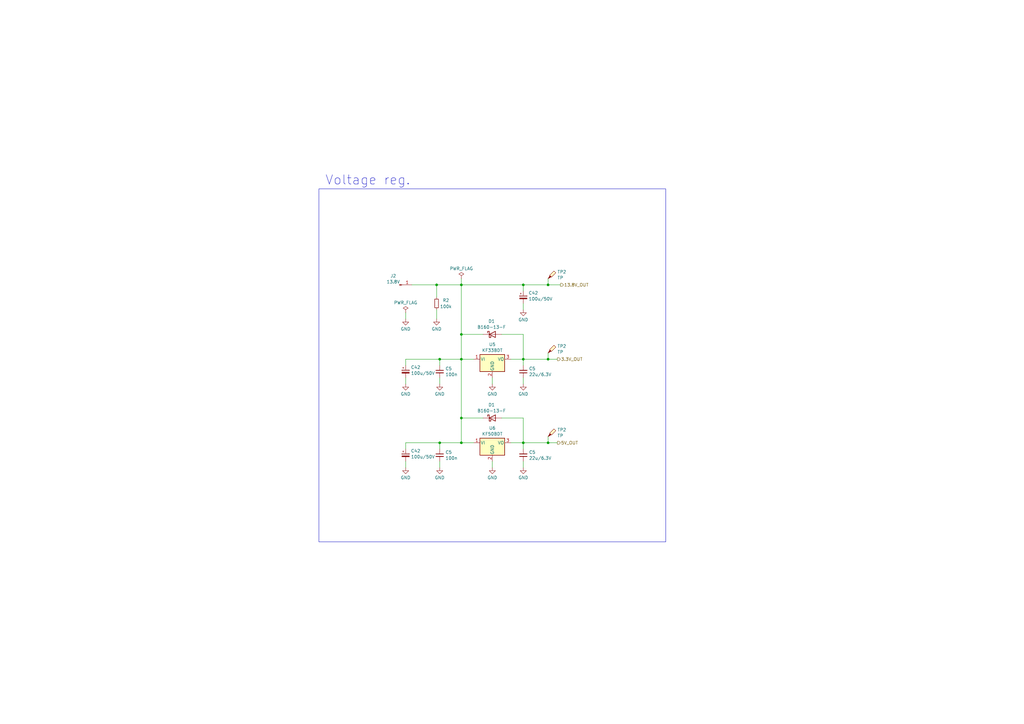
<source format=kicad_sch>
(kicad_sch (version 20230121) (generator eeschema)

  (uuid 723da204-b5ac-41f7-a24f-183271e54144)

  (paper "A3")

  (title_block
    (title "Remote Radio Unit - RF board")
    (date "19-01-2024")
    (rev "B")
    (company "M17 Project")
    (comment 1 "Wojciech Kaczmarski, SP5WWP")
  )

  (lib_symbols
    (symbol "Connector:Conn_01x01_Pin" (pin_names (offset 1.016) hide) (in_bom yes) (on_board yes)
      (property "Reference" "J" (at 0 2.54 0)
        (effects (font (size 1.27 1.27)))
      )
      (property "Value" "Conn_01x01_Pin" (at 0 -2.54 0)
        (effects (font (size 1.27 1.27)))
      )
      (property "Footprint" "" (at 0 0 0)
        (effects (font (size 1.27 1.27)) hide)
      )
      (property "Datasheet" "~" (at 0 0 0)
        (effects (font (size 1.27 1.27)) hide)
      )
      (property "ki_locked" "" (at 0 0 0)
        (effects (font (size 1.27 1.27)))
      )
      (property "ki_keywords" "connector" (at 0 0 0)
        (effects (font (size 1.27 1.27)) hide)
      )
      (property "ki_description" "Generic connector, single row, 01x01, script generated" (at 0 0 0)
        (effects (font (size 1.27 1.27)) hide)
      )
      (property "ki_fp_filters" "Connector*:*_1x??_*" (at 0 0 0)
        (effects (font (size 1.27 1.27)) hide)
      )
      (symbol "Conn_01x01_Pin_1_1"
        (polyline
          (pts
            (xy 1.27 0)
            (xy 0.8636 0)
          )
          (stroke (width 0.1524) (type default))
          (fill (type none))
        )
        (rectangle (start 0.8636 0.127) (end 0 -0.127)
          (stroke (width 0.1524) (type default))
          (fill (type outline))
        )
        (pin passive line (at 5.08 0 180) (length 3.81)
          (name "Pin_1" (effects (font (size 1.27 1.27))))
          (number "1" (effects (font (size 1.27 1.27))))
        )
      )
    )
    (symbol "Connector:TestPoint_Probe" (pin_numbers hide) (pin_names (offset 0.762) hide) (in_bom yes) (on_board yes)
      (property "Reference" "TP" (at 1.651 5.842 0)
        (effects (font (size 1.27 1.27)))
      )
      (property "Value" "TestPoint_Probe" (at 1.651 4.064 0)
        (effects (font (size 1.27 1.27)))
      )
      (property "Footprint" "" (at 5.08 0 0)
        (effects (font (size 1.27 1.27)) hide)
      )
      (property "Datasheet" "~" (at 5.08 0 0)
        (effects (font (size 1.27 1.27)) hide)
      )
      (property "ki_keywords" "test point tp" (at 0 0 0)
        (effects (font (size 1.27 1.27)) hide)
      )
      (property "ki_description" "test point (alternative probe-style design)" (at 0 0 0)
        (effects (font (size 1.27 1.27)) hide)
      )
      (property "ki_fp_filters" "Pin* Test*" (at 0 0 0)
        (effects (font (size 1.27 1.27)) hide)
      )
      (symbol "TestPoint_Probe_0_1"
        (polyline
          (pts
            (xy 1.27 0.762)
            (xy 0 0)
            (xy 0.762 1.27)
            (xy 1.27 0.762)
          )
          (stroke (width 0) (type default))
          (fill (type outline))
        )
        (polyline
          (pts
            (xy 1.397 0.635)
            (xy 0.635 1.397)
            (xy 2.413 3.175)
            (xy 3.175 2.413)
            (xy 1.397 0.635)
          )
          (stroke (width 0) (type default))
          (fill (type background))
        )
      )
      (symbol "TestPoint_Probe_1_1"
        (pin passive line (at 0 0 90) (length 0)
          (name "1" (effects (font (size 1.27 1.27))))
          (number "1" (effects (font (size 1.27 1.27))))
        )
      )
    )
    (symbol "Device:C_Polarized_Small" (pin_numbers hide) (pin_names (offset 0.254) hide) (in_bom yes) (on_board yes)
      (property "Reference" "C" (at 0.254 1.778 0)
        (effects (font (size 1.27 1.27)) (justify left))
      )
      (property "Value" "C_Polarized_Small" (at 0.254 -2.032 0)
        (effects (font (size 1.27 1.27)) (justify left))
      )
      (property "Footprint" "" (at 0 0 0)
        (effects (font (size 1.27 1.27)) hide)
      )
      (property "Datasheet" "~" (at 0 0 0)
        (effects (font (size 1.27 1.27)) hide)
      )
      (property "ki_keywords" "cap capacitor" (at 0 0 0)
        (effects (font (size 1.27 1.27)) hide)
      )
      (property "ki_description" "Polarized capacitor, small symbol" (at 0 0 0)
        (effects (font (size 1.27 1.27)) hide)
      )
      (property "ki_fp_filters" "CP_*" (at 0 0 0)
        (effects (font (size 1.27 1.27)) hide)
      )
      (symbol "C_Polarized_Small_0_1"
        (rectangle (start -1.524 -0.3048) (end 1.524 -0.6858)
          (stroke (width 0) (type default))
          (fill (type outline))
        )
        (rectangle (start -1.524 0.6858) (end 1.524 0.3048)
          (stroke (width 0) (type default))
          (fill (type none))
        )
        (polyline
          (pts
            (xy -1.27 1.524)
            (xy -0.762 1.524)
          )
          (stroke (width 0) (type default))
          (fill (type none))
        )
        (polyline
          (pts
            (xy -1.016 1.27)
            (xy -1.016 1.778)
          )
          (stroke (width 0) (type default))
          (fill (type none))
        )
      )
      (symbol "C_Polarized_Small_1_1"
        (pin passive line (at 0 2.54 270) (length 1.8542)
          (name "~" (effects (font (size 1.27 1.27))))
          (number "1" (effects (font (size 1.27 1.27))))
        )
        (pin passive line (at 0 -2.54 90) (length 1.8542)
          (name "~" (effects (font (size 1.27 1.27))))
          (number "2" (effects (font (size 1.27 1.27))))
        )
      )
    )
    (symbol "Device:C_Small" (pin_numbers hide) (pin_names (offset 0.254) hide) (in_bom yes) (on_board yes)
      (property "Reference" "C" (at 0.254 1.778 0)
        (effects (font (size 1.27 1.27)) (justify left))
      )
      (property "Value" "C_Small" (at 0.254 -2.032 0)
        (effects (font (size 1.27 1.27)) (justify left))
      )
      (property "Footprint" "" (at 0 0 0)
        (effects (font (size 1.27 1.27)) hide)
      )
      (property "Datasheet" "~" (at 0 0 0)
        (effects (font (size 1.27 1.27)) hide)
      )
      (property "ki_keywords" "capacitor cap" (at 0 0 0)
        (effects (font (size 1.27 1.27)) hide)
      )
      (property "ki_description" "Unpolarized capacitor, small symbol" (at 0 0 0)
        (effects (font (size 1.27 1.27)) hide)
      )
      (property "ki_fp_filters" "C_*" (at 0 0 0)
        (effects (font (size 1.27 1.27)) hide)
      )
      (symbol "C_Small_0_1"
        (polyline
          (pts
            (xy -1.524 -0.508)
            (xy 1.524 -0.508)
          )
          (stroke (width 0.3302) (type default))
          (fill (type none))
        )
        (polyline
          (pts
            (xy -1.524 0.508)
            (xy 1.524 0.508)
          )
          (stroke (width 0.3048) (type default))
          (fill (type none))
        )
      )
      (symbol "C_Small_1_1"
        (pin passive line (at 0 2.54 270) (length 2.032)
          (name "~" (effects (font (size 1.27 1.27))))
          (number "1" (effects (font (size 1.27 1.27))))
        )
        (pin passive line (at 0 -2.54 90) (length 2.032)
          (name "~" (effects (font (size 1.27 1.27))))
          (number "2" (effects (font (size 1.27 1.27))))
        )
      )
    )
    (symbol "Device:D_Schottky" (pin_numbers hide) (pin_names (offset 1.016) hide) (in_bom yes) (on_board yes)
      (property "Reference" "D" (at 0 2.54 0)
        (effects (font (size 1.27 1.27)))
      )
      (property "Value" "D_Schottky" (at 0 -2.54 0)
        (effects (font (size 1.27 1.27)))
      )
      (property "Footprint" "" (at 0 0 0)
        (effects (font (size 1.27 1.27)) hide)
      )
      (property "Datasheet" "~" (at 0 0 0)
        (effects (font (size 1.27 1.27)) hide)
      )
      (property "ki_keywords" "diode Schottky" (at 0 0 0)
        (effects (font (size 1.27 1.27)) hide)
      )
      (property "ki_description" "Schottky diode" (at 0 0 0)
        (effects (font (size 1.27 1.27)) hide)
      )
      (property "ki_fp_filters" "TO-???* *_Diode_* *SingleDiode* D_*" (at 0 0 0)
        (effects (font (size 1.27 1.27)) hide)
      )
      (symbol "D_Schottky_0_1"
        (polyline
          (pts
            (xy 1.27 0)
            (xy -1.27 0)
          )
          (stroke (width 0) (type default))
          (fill (type none))
        )
        (polyline
          (pts
            (xy 1.27 1.27)
            (xy 1.27 -1.27)
            (xy -1.27 0)
            (xy 1.27 1.27)
          )
          (stroke (width 0.254) (type default))
          (fill (type none))
        )
        (polyline
          (pts
            (xy -1.905 0.635)
            (xy -1.905 1.27)
            (xy -1.27 1.27)
            (xy -1.27 -1.27)
            (xy -0.635 -1.27)
            (xy -0.635 -0.635)
          )
          (stroke (width 0.254) (type default))
          (fill (type none))
        )
      )
      (symbol "D_Schottky_1_1"
        (pin passive line (at -3.81 0 0) (length 2.54)
          (name "K" (effects (font (size 1.27 1.27))))
          (number "1" (effects (font (size 1.27 1.27))))
        )
        (pin passive line (at 3.81 0 180) (length 2.54)
          (name "A" (effects (font (size 1.27 1.27))))
          (number "2" (effects (font (size 1.27 1.27))))
        )
      )
    )
    (symbol "Device:R_Small" (pin_numbers hide) (pin_names (offset 0.254) hide) (in_bom yes) (on_board yes)
      (property "Reference" "R" (at 0.762 0.508 0)
        (effects (font (size 1.27 1.27)) (justify left))
      )
      (property "Value" "R_Small" (at 0.762 -1.016 0)
        (effects (font (size 1.27 1.27)) (justify left))
      )
      (property "Footprint" "" (at 0 0 0)
        (effects (font (size 1.27 1.27)) hide)
      )
      (property "Datasheet" "~" (at 0 0 0)
        (effects (font (size 1.27 1.27)) hide)
      )
      (property "ki_keywords" "R resistor" (at 0 0 0)
        (effects (font (size 1.27 1.27)) hide)
      )
      (property "ki_description" "Resistor, small symbol" (at 0 0 0)
        (effects (font (size 1.27 1.27)) hide)
      )
      (property "ki_fp_filters" "R_*" (at 0 0 0)
        (effects (font (size 1.27 1.27)) hide)
      )
      (symbol "R_Small_0_1"
        (rectangle (start -0.762 1.778) (end 0.762 -1.778)
          (stroke (width 0.2032) (type default))
          (fill (type none))
        )
      )
      (symbol "R_Small_1_1"
        (pin passive line (at 0 2.54 270) (length 0.762)
          (name "~" (effects (font (size 1.27 1.27))))
          (number "1" (effects (font (size 1.27 1.27))))
        )
        (pin passive line (at 0 -2.54 90) (length 0.762)
          (name "~" (effects (font (size 1.27 1.27))))
          (number "2" (effects (font (size 1.27 1.27))))
        )
      )
    )
    (symbol "Regulator_Linear:KF33BDT" (pin_names (offset 0.254)) (in_bom yes) (on_board yes)
      (property "Reference" "U" (at -3.81 3.175 0)
        (effects (font (size 1.27 1.27)))
      )
      (property "Value" "KF33BDT" (at 0 3.175 0)
        (effects (font (size 1.27 1.27)) (justify left))
      )
      (property "Footprint" "Package_TO_SOT_SMD:TO-252-2" (at 0 5.715 0)
        (effects (font (size 1.27 1.27) italic) hide)
      )
      (property "Datasheet" "https://www.st.com/resource/en/datasheet/kfxx.pdf" (at 0 -1.27 0)
        (effects (font (size 1.27 1.27)) hide)
      )
      (property "ki_keywords" "Voltage Regulator 500mA Positive" (at 0 0 0)
        (effects (font (size 1.27 1.27)) hide)
      )
      (property "ki_description" "Positive 500mA 20V Linear Regulator, Fixed Output 3.3V, TO-252 (D-PAK)" (at 0 0 0)
        (effects (font (size 1.27 1.27)) hide)
      )
      (property "ki_fp_filters" "TO?252*" (at 0 0 0)
        (effects (font (size 1.27 1.27)) hide)
      )
      (symbol "KF33BDT_0_1"
        (rectangle (start -5.08 1.905) (end 5.08 -5.08)
          (stroke (width 0.254) (type default))
          (fill (type background))
        )
      )
      (symbol "KF33BDT_1_1"
        (pin power_in line (at -7.62 0 0) (length 2.54)
          (name "VI" (effects (font (size 1.27 1.27))))
          (number "1" (effects (font (size 1.27 1.27))))
        )
        (pin power_in line (at 0 -7.62 90) (length 2.54)
          (name "GND" (effects (font (size 1.27 1.27))))
          (number "2" (effects (font (size 1.27 1.27))))
        )
        (pin power_out line (at 7.62 0 180) (length 2.54)
          (name "VO" (effects (font (size 1.27 1.27))))
          (number "3" (effects (font (size 1.27 1.27))))
        )
      )
    )
    (symbol "Regulator_Linear:KF50BDT" (pin_names (offset 0.254)) (in_bom yes) (on_board yes)
      (property "Reference" "U" (at -3.81 3.175 0)
        (effects (font (size 1.27 1.27)))
      )
      (property "Value" "KF50BDT" (at 0 3.175 0)
        (effects (font (size 1.27 1.27)) (justify left))
      )
      (property "Footprint" "Package_TO_SOT_SMD:TO-252-2" (at 0 5.715 0)
        (effects (font (size 1.27 1.27) italic) hide)
      )
      (property "Datasheet" "https://www.st.com/resource/en/datasheet/kfxx.pdf" (at 0 -1.27 0)
        (effects (font (size 1.27 1.27)) hide)
      )
      (property "ki_keywords" "Voltage Regulator 500mA Positive" (at 0 0 0)
        (effects (font (size 1.27 1.27)) hide)
      )
      (property "ki_description" "Positive 500mA 20V Linear Regulator, Fixed Output 5V, TO-252 (D-PAK)" (at 0 0 0)
        (effects (font (size 1.27 1.27)) hide)
      )
      (property "ki_fp_filters" "TO?252*" (at 0 0 0)
        (effects (font (size 1.27 1.27)) hide)
      )
      (symbol "KF50BDT_0_1"
        (rectangle (start -5.08 1.905) (end 5.08 -5.08)
          (stroke (width 0.254) (type default))
          (fill (type background))
        )
      )
      (symbol "KF50BDT_1_1"
        (pin power_in line (at -7.62 0 0) (length 2.54)
          (name "VI" (effects (font (size 1.27 1.27))))
          (number "1" (effects (font (size 1.27 1.27))))
        )
        (pin power_in line (at 0 -7.62 90) (length 2.54)
          (name "GND" (effects (font (size 1.27 1.27))))
          (number "2" (effects (font (size 1.27 1.27))))
        )
        (pin power_out line (at 7.62 0 180) (length 2.54)
          (name "VO" (effects (font (size 1.27 1.27))))
          (number "3" (effects (font (size 1.27 1.27))))
        )
      )
    )
    (symbol "power:GND" (power) (pin_names (offset 0)) (in_bom yes) (on_board yes)
      (property "Reference" "#PWR" (at 0 -6.35 0)
        (effects (font (size 1.27 1.27)) hide)
      )
      (property "Value" "GND" (at 0 -3.81 0)
        (effects (font (size 1.27 1.27)))
      )
      (property "Footprint" "" (at 0 0 0)
        (effects (font (size 1.27 1.27)) hide)
      )
      (property "Datasheet" "" (at 0 0 0)
        (effects (font (size 1.27 1.27)) hide)
      )
      (property "ki_keywords" "global power" (at 0 0 0)
        (effects (font (size 1.27 1.27)) hide)
      )
      (property "ki_description" "Power symbol creates a global label with name \"GND\" , ground" (at 0 0 0)
        (effects (font (size 1.27 1.27)) hide)
      )
      (symbol "GND_0_1"
        (polyline
          (pts
            (xy 0 0)
            (xy 0 -1.27)
            (xy 1.27 -1.27)
            (xy 0 -2.54)
            (xy -1.27 -1.27)
            (xy 0 -1.27)
          )
          (stroke (width 0) (type default))
          (fill (type none))
        )
      )
      (symbol "GND_1_1"
        (pin power_in line (at 0 0 270) (length 0) hide
          (name "GND" (effects (font (size 1.27 1.27))))
          (number "1" (effects (font (size 1.27 1.27))))
        )
      )
    )
    (symbol "power:PWR_FLAG" (power) (pin_numbers hide) (pin_names (offset 0) hide) (in_bom yes) (on_board yes)
      (property "Reference" "#FLG" (at 0 1.905 0)
        (effects (font (size 1.27 1.27)) hide)
      )
      (property "Value" "PWR_FLAG" (at 0 3.81 0)
        (effects (font (size 1.27 1.27)))
      )
      (property "Footprint" "" (at 0 0 0)
        (effects (font (size 1.27 1.27)) hide)
      )
      (property "Datasheet" "~" (at 0 0 0)
        (effects (font (size 1.27 1.27)) hide)
      )
      (property "ki_keywords" "flag power" (at 0 0 0)
        (effects (font (size 1.27 1.27)) hide)
      )
      (property "ki_description" "Special symbol for telling ERC where power comes from" (at 0 0 0)
        (effects (font (size 1.27 1.27)) hide)
      )
      (symbol "PWR_FLAG_0_0"
        (pin power_out line (at 0 0 90) (length 0)
          (name "pwr" (effects (font (size 1.27 1.27))))
          (number "1" (effects (font (size 1.27 1.27))))
        )
      )
      (symbol "PWR_FLAG_0_1"
        (polyline
          (pts
            (xy 0 0)
            (xy 0 1.27)
            (xy -1.016 1.905)
            (xy 0 2.54)
            (xy 1.016 1.905)
            (xy 0 1.27)
          )
          (stroke (width 0) (type default))
          (fill (type none))
        )
      )
    )
  )

  (junction (at 189.23 137.16) (diameter 0) (color 0 0 0 0)
    (uuid 29eda67b-801c-4b18-a5bd-0d98134880ae)
  )
  (junction (at 214.63 116.84) (diameter 0) (color 0 0 0 0)
    (uuid 2bd7f7ac-47ae-444a-ab6c-1c9a7ae62acb)
  )
  (junction (at 224.79 147.32) (diameter 0) (color 0 0 0 0)
    (uuid 3be3efbf-caf8-44c8-be5e-978d01c238c5)
  )
  (junction (at 189.23 116.84) (diameter 0) (color 0 0 0 0)
    (uuid 55202274-4af9-4665-a3b8-87ffdde7b7e4)
  )
  (junction (at 180.34 147.32) (diameter 0) (color 0 0 0 0)
    (uuid 5884062c-f8b7-40cc-8b3d-1288b44e2953)
  )
  (junction (at 179.07 116.84) (diameter 0) (color 0 0 0 0)
    (uuid 5b7ba99c-2bb2-4d01-ab4a-afa10b8f29a3)
  )
  (junction (at 214.63 181.61) (diameter 0) (color 0 0 0 0)
    (uuid 677b0afb-2bea-45ca-a2ca-2138777bdde6)
  )
  (junction (at 214.63 147.32) (diameter 0) (color 0 0 0 0)
    (uuid 7cf6fd16-4686-4803-89a6-cf2c78fdab6d)
  )
  (junction (at 180.34 181.61) (diameter 0) (color 0 0 0 0)
    (uuid 81c6bd2f-4f24-4551-a95d-6a09f4431fe4)
  )
  (junction (at 189.23 171.45) (diameter 0) (color 0 0 0 0)
    (uuid 93e6de4d-4ed8-40fa-b1c8-0fe70d54ecd7)
  )
  (junction (at 224.79 116.84) (diameter 0) (color 0 0 0 0)
    (uuid b5d0f8dc-c7a4-46ab-95b6-e24f47fcedc6)
  )
  (junction (at 224.79 181.61) (diameter 0) (color 0 0 0 0)
    (uuid dec4cc9d-3f3e-4eae-a603-32b6f3338e3a)
  )
  (junction (at 189.23 147.32) (diameter 0) (color 0 0 0 0)
    (uuid f459339e-dfb4-4f10-9ef4-387e796ce1a3)
  )
  (junction (at 189.23 181.61) (diameter 0) (color 0 0 0 0)
    (uuid f825065e-9fc6-487a-8be8-e96592391dc6)
  )

  (wire (pts (xy 214.63 116.84) (xy 224.79 116.84))
    (stroke (width 0) (type default))
    (uuid 002a8da6-5c76-4bc8-9058-b46067d2123d)
  )
  (wire (pts (xy 179.07 127) (xy 179.07 130.81))
    (stroke (width 0) (type default))
    (uuid 0487bfe6-5fca-488c-9aa1-fee68550192e)
  )
  (wire (pts (xy 168.91 116.84) (xy 179.07 116.84))
    (stroke (width 0) (type default))
    (uuid 0f1124d8-28ee-4073-b180-bfe1b52eb179)
  )
  (wire (pts (xy 214.63 147.32) (xy 224.79 147.32))
    (stroke (width 0) (type default))
    (uuid 117699a5-cba6-4612-8f5d-e367d8829efb)
  )
  (wire (pts (xy 214.63 181.61) (xy 214.63 184.15))
    (stroke (width 0) (type default))
    (uuid 13e64726-4996-44ab-b84f-2fff1aea1f08)
  )
  (wire (pts (xy 189.23 171.45) (xy 198.12 171.45))
    (stroke (width 0) (type default))
    (uuid 162a3712-ab2c-4385-b89e-a6c14964a302)
  )
  (wire (pts (xy 166.37 149.86) (xy 166.37 147.32))
    (stroke (width 0) (type default))
    (uuid 1687cb6c-01df-4b94-8087-18a0edd3ef2a)
  )
  (wire (pts (xy 224.79 179.07) (xy 224.79 181.61))
    (stroke (width 0) (type default))
    (uuid 16df1ca6-d712-42a1-9da8-ed9d5d011672)
  )
  (wire (pts (xy 209.55 147.32) (xy 214.63 147.32))
    (stroke (width 0) (type default))
    (uuid 19ef9b2c-b784-4a4e-aaf8-05e557254d08)
  )
  (wire (pts (xy 166.37 154.94) (xy 166.37 157.48))
    (stroke (width 0) (type default))
    (uuid 1fd503d8-7424-4168-ba70-a52f77897612)
  )
  (wire (pts (xy 214.63 154.94) (xy 214.63 157.48))
    (stroke (width 0) (type default))
    (uuid 20cce575-83b3-4e4d-95c4-a9e2ec3a8ff8)
  )
  (wire (pts (xy 214.63 147.32) (xy 214.63 149.86))
    (stroke (width 0) (type default))
    (uuid 21ea33fa-2d40-4059-a503-0dd2bdfa318c)
  )
  (wire (pts (xy 166.37 189.23) (xy 166.37 191.77))
    (stroke (width 0) (type default))
    (uuid 22e6bb5b-d614-4b85-9368-9fc24b65fa5d)
  )
  (wire (pts (xy 209.55 181.61) (xy 214.63 181.61))
    (stroke (width 0) (type default))
    (uuid 242334db-f581-405a-a8ff-ebe11ec1d62d)
  )
  (wire (pts (xy 180.34 181.61) (xy 189.23 181.61))
    (stroke (width 0) (type default))
    (uuid 29a81034-123f-4b5c-9afa-b4dfd7f57ace)
  )
  (wire (pts (xy 166.37 181.61) (xy 180.34 181.61))
    (stroke (width 0) (type default))
    (uuid 2dfd15d2-a4b5-4ec2-b4af-407bc16ed220)
  )
  (wire (pts (xy 214.63 181.61) (xy 224.79 181.61))
    (stroke (width 0) (type default))
    (uuid 2edcd566-ce47-484c-8d03-12a8666fbf4a)
  )
  (wire (pts (xy 205.74 171.45) (xy 214.63 171.45))
    (stroke (width 0) (type default))
    (uuid 333471fc-7df1-47e2-90fd-56072b24ba98)
  )
  (wire (pts (xy 179.07 116.84) (xy 189.23 116.84))
    (stroke (width 0) (type default))
    (uuid 379355b6-8e72-4cf1-9493-48750c8b25ca)
  )
  (wire (pts (xy 180.34 157.48) (xy 180.34 154.94))
    (stroke (width 0) (type default))
    (uuid 4f360da2-112a-497c-97cf-689c88a5c383)
  )
  (wire (pts (xy 166.37 184.15) (xy 166.37 181.61))
    (stroke (width 0) (type default))
    (uuid 4fb3d6bc-0943-4ec2-b99e-8868a9b9613f)
  )
  (wire (pts (xy 201.93 154.94) (xy 201.93 157.48))
    (stroke (width 0) (type default))
    (uuid 5503a971-a51b-4536-9e86-5b51dd26454e)
  )
  (wire (pts (xy 201.93 189.23) (xy 201.93 191.77))
    (stroke (width 0) (type default))
    (uuid 5b1e33c2-cac1-4f1f-b951-df163e8f54f0)
  )
  (wire (pts (xy 224.79 144.78) (xy 224.79 147.32))
    (stroke (width 0) (type default))
    (uuid 5de31dec-b570-4545-8d05-5a18b9f7fff1)
  )
  (wire (pts (xy 214.63 119.38) (xy 214.63 116.84))
    (stroke (width 0) (type default))
    (uuid 5e32e93b-632e-4943-bacd-7aa69fe1d61a)
  )
  (wire (pts (xy 214.63 137.16) (xy 214.63 147.32))
    (stroke (width 0) (type default))
    (uuid 6ccfaf32-132f-4181-bdbe-92b1e8816064)
  )
  (wire (pts (xy 166.37 147.32) (xy 180.34 147.32))
    (stroke (width 0) (type default))
    (uuid 74bc5764-5db8-4aa1-b846-ce18f3fa795f)
  )
  (wire (pts (xy 166.37 128.27) (xy 166.37 130.81))
    (stroke (width 0) (type default))
    (uuid 7535e61e-5362-4e52-aca0-2648ab1a03f8)
  )
  (wire (pts (xy 189.23 147.32) (xy 194.31 147.32))
    (stroke (width 0) (type default))
    (uuid 80c7db31-c1b9-4932-a81a-20025cec2b3b)
  )
  (wire (pts (xy 214.63 189.23) (xy 214.63 191.77))
    (stroke (width 0) (type default))
    (uuid 89aefc1e-efd7-4cbc-bd45-0f3491db9b5d)
  )
  (wire (pts (xy 180.34 191.77) (xy 180.34 189.23))
    (stroke (width 0) (type default))
    (uuid 8cd29f6e-ce35-4361-8d78-99c5365508f4)
  )
  (wire (pts (xy 214.63 171.45) (xy 214.63 181.61))
    (stroke (width 0) (type default))
    (uuid 90b03b0e-38ab-4701-9d4f-f04b29e561af)
  )
  (wire (pts (xy 189.23 147.32) (xy 180.34 147.32))
    (stroke (width 0) (type default))
    (uuid 920357f1-86aa-485b-a0db-47790fad9d0d)
  )
  (wire (pts (xy 189.23 181.61) (xy 194.31 181.61))
    (stroke (width 0) (type default))
    (uuid a07dd629-5f54-4a9c-bebf-df0ce34095a8)
  )
  (wire (pts (xy 224.79 181.61) (xy 228.6 181.61))
    (stroke (width 0) (type default))
    (uuid a372ed34-0f05-4df7-8bbb-7e3b887b3afd)
  )
  (wire (pts (xy 189.23 137.16) (xy 189.23 147.32))
    (stroke (width 0) (type default))
    (uuid a3dd5fae-9c9c-47e7-90bb-6911221eed52)
  )
  (wire (pts (xy 205.74 137.16) (xy 214.63 137.16))
    (stroke (width 0) (type default))
    (uuid a40b6f1a-83ce-4862-8041-62af3fe7b529)
  )
  (wire (pts (xy 224.79 114.3) (xy 224.79 116.84))
    (stroke (width 0) (type default))
    (uuid aef1b910-de0c-45b6-a01f-d19b7de5cc34)
  )
  (wire (pts (xy 189.23 116.84) (xy 214.63 116.84))
    (stroke (width 0) (type default))
    (uuid b1d97e6b-05f4-4b9f-800f-ff0c93e4d69c)
  )
  (wire (pts (xy 180.34 181.61) (xy 180.34 184.15))
    (stroke (width 0) (type default))
    (uuid c2a2f8d7-90ed-434b-8e4f-8278c12ccd98)
  )
  (wire (pts (xy 179.07 116.84) (xy 179.07 121.92))
    (stroke (width 0) (type default))
    (uuid c71fc506-d7ab-45e2-882f-c14d23aa246d)
  )
  (wire (pts (xy 189.23 147.32) (xy 189.23 171.45))
    (stroke (width 0) (type default))
    (uuid c8793fa9-1571-4546-a408-7e6998d3b8d6)
  )
  (wire (pts (xy 189.23 116.84) (xy 189.23 137.16))
    (stroke (width 0) (type default))
    (uuid cc49c910-3825-4b68-a96c-30e24e89f062)
  )
  (wire (pts (xy 189.23 171.45) (xy 189.23 181.61))
    (stroke (width 0) (type default))
    (uuid dbd358ea-c4f2-45dd-ae83-799e4d04f588)
  )
  (wire (pts (xy 224.79 147.32) (xy 228.6 147.32))
    (stroke (width 0) (type default))
    (uuid de57d0d5-fd1f-43be-a733-92de528a781c)
  )
  (wire (pts (xy 224.79 116.84) (xy 229.87 116.84))
    (stroke (width 0) (type default))
    (uuid e6200c86-dca1-40ce-bbfd-168900c3a7ca)
  )
  (wire (pts (xy 189.23 114.3) (xy 189.23 116.84))
    (stroke (width 0) (type default))
    (uuid ec6b089e-c609-4a9e-8b86-8bed45a2b72c)
  )
  (wire (pts (xy 180.34 147.32) (xy 180.34 149.86))
    (stroke (width 0) (type default))
    (uuid eda0e187-e091-4434-a89c-ac1379dc8bd4)
  )
  (wire (pts (xy 189.23 137.16) (xy 198.12 137.16))
    (stroke (width 0) (type default))
    (uuid f699f1b0-f6ac-4e71-916d-ccde4aca786c)
  )
  (wire (pts (xy 214.63 124.46) (xy 214.63 127))
    (stroke (width 0) (type default))
    (uuid f8ec21f6-9ff6-48e4-b794-d757f94d44d0)
  )

  (rectangle (start 130.81 77.47) (end 273.05 222.25)
    (stroke (width 0) (type default))
    (fill (type none))
    (uuid 6bfe2c67-05dd-4cd0-ada1-6131f0611f3b)
  )

  (text "Voltage reg." (at 133.35 76.2 0)
    (effects (font (size 3.81 3.81)) (justify left bottom))
    (uuid 407e98b5-4f35-4278-8893-dd6e622831b3)
  )

  (hierarchical_label "13.8V_OUT" (shape output) (at 229.87 116.84 0) (fields_autoplaced)
    (effects (font (size 1.27 1.27)) (justify left))
    (uuid 06b1eada-1f7e-4e2a-9208-84bb04614850)
  )
  (hierarchical_label "3.3V_OUT" (shape output) (at 228.6 147.32 0) (fields_autoplaced)
    (effects (font (size 1.27 1.27)) (justify left))
    (uuid 1e7fadb9-6cf7-4c75-8140-56f42ab08db3)
  )
  (hierarchical_label "5V_OUT" (shape output) (at 228.6 181.61 0) (fields_autoplaced)
    (effects (font (size 1.27 1.27)) (justify left))
    (uuid 43a28803-eca8-42e6-93ef-b1d1fdb60ae9)
  )

  (symbol (lib_id "Device:C_Small") (at 180.34 186.69 0) (unit 1)
    (in_bom yes) (on_board yes) (dnp no) (fields_autoplaced)
    (uuid 00b6145a-1faa-4cf4-a864-99c60a2b8a39)
    (property "Reference" "C5" (at 182.6641 185.4842 0)
      (effects (font (size 1.27 1.27)) (justify left))
    )
    (property "Value" "100n" (at 182.6641 187.9084 0)
      (effects (font (size 1.27 1.27)) (justify left))
    )
    (property "Footprint" "Capacitor_SMD:C_0603_1608Metric" (at 180.34 186.69 0)
      (effects (font (size 1.27 1.27)) hide)
    )
    (property "Datasheet" "~" (at 180.34 186.69 0)
      (effects (font (size 1.27 1.27)) hide)
    )
    (property "PN" "C0603C104M5RAC7411" (at 180.34 186.69 0)
      (effects (font (size 1.27 1.27)) hide)
    )
    (property "MPN" "C0603C104M5RAC7411" (at 180.34 186.69 0)
      (effects (font (size 1.27 1.27)) hide)
    )
    (pin "1" (uuid 33a9e6b5-a93e-48d5-addc-b93b6b1412b2))
    (pin "2" (uuid a58c1988-2c09-4f55-a869-b72abffad949))
    (instances
      (project "m17-rru-rf"
        (path "/4c42207c-9e6b-42da-ad38-da126b892014/ccc39fee-262d-4ac9-a9a6-59e024db6eed"
          (reference "C5") (unit 1)
        )
        (path "/4c42207c-9e6b-42da-ad38-da126b892014/7ebe248e-d508-4395-8ad3-4ea02a49e591"
          (reference "C4") (unit 1)
        )
        (path "/4c42207c-9e6b-42da-ad38-da126b892014/8d8271f4-10c0-40f4-bdf8-e0e4dac71cc9"
          (reference "C28") (unit 1)
        )
        (path "/4c42207c-9e6b-42da-ad38-da126b892014/76d2ec5b-2ec2-4780-ac71-2509ae9f2d67"
          (reference "C23") (unit 1)
        )
      )
    )
  )

  (symbol (lib_id "Device:D_Schottky") (at 201.93 137.16 0) (unit 1)
    (in_bom yes) (on_board yes) (dnp no) (fields_autoplaced)
    (uuid 02cd4122-23f3-4ee6-bb00-b6953584c4a2)
    (property "Reference" "D1" (at 201.6125 131.7457 0)
      (effects (font (size 1.27 1.27)))
    )
    (property "Value" "B160-13-F" (at 201.6125 134.1699 0)
      (effects (font (size 1.27 1.27)))
    )
    (property "Footprint" "Diode_SMD:D_SMA" (at 201.93 137.16 0)
      (effects (font (size 1.27 1.27)) hide)
    )
    (property "Datasheet" "~" (at 201.93 137.16 0)
      (effects (font (size 1.27 1.27)) hide)
    )
    (property "PN" "B160-13-F" (at 201.93 137.16 0)
      (effects (font (size 1.27 1.27)) hide)
    )
    (property "MPN" "B160-13-F" (at 201.93 137.16 0)
      (effects (font (size 1.27 1.27)) hide)
    )
    (pin "1" (uuid 1a644b95-e041-474e-8bad-4a44e84910d4))
    (pin "2" (uuid d5895240-39d9-4913-a54e-9f103ea4dc17))
    (instances
      (project "m17-rru-rf"
        (path "/4c42207c-9e6b-42da-ad38-da126b892014/7ebe248e-d508-4395-8ad3-4ea02a49e591"
          (reference "D1") (unit 1)
        )
        (path "/4c42207c-9e6b-42da-ad38-da126b892014/76d2ec5b-2ec2-4780-ac71-2509ae9f2d67"
          (reference "D6") (unit 1)
        )
      )
    )
  )

  (symbol (lib_id "Regulator_Linear:KF33BDT") (at 201.93 147.32 0) (unit 1)
    (in_bom yes) (on_board yes) (dnp no) (fields_autoplaced)
    (uuid 0722bc8a-f6cc-40a8-bc7f-17fa86802402)
    (property "Reference" "U5" (at 201.93 141.2707 0)
      (effects (font (size 1.27 1.27)))
    )
    (property "Value" "KF33BDT" (at 201.93 143.6949 0)
      (effects (font (size 1.27 1.27)))
    )
    (property "Footprint" "Package_TO_SOT_SMD:TO-252-2" (at 201.93 141.605 0)
      (effects (font (size 1.27 1.27) italic) hide)
    )
    (property "Datasheet" "https://www.st.com/resource/en/datasheet/kfxx.pdf" (at 201.93 148.59 0)
      (effects (font (size 1.27 1.27)) hide)
    )
    (property "PN" "511-KF33BDT-TR" (at 201.93 147.32 0)
      (effects (font (size 1.27 1.27)) hide)
    )
    (property "MPN" "511-KF33BDT-TR" (at 201.93 147.32 0)
      (effects (font (size 1.27 1.27)) hide)
    )
    (pin "1" (uuid 2b488f90-9411-4092-8c73-5864d09a7525))
    (pin "2" (uuid fd060154-535e-4a54-8d1e-ca5905c7c591))
    (pin "3" (uuid 96ca4c42-6c2c-4f5b-b378-bf40d4afc32b))
    (instances
      (project "m17-rru-rf"
        (path "/4c42207c-9e6b-42da-ad38-da126b892014/76d2ec5b-2ec2-4780-ac71-2509ae9f2d67"
          (reference "U5") (unit 1)
        )
      )
    )
  )

  (symbol (lib_id "power:PWR_FLAG") (at 189.23 114.3 0) (unit 1)
    (in_bom yes) (on_board yes) (dnp no) (fields_autoplaced)
    (uuid 08506b20-87eb-42dc-8c03-b11d80f4577f)
    (property "Reference" "#FLG01" (at 189.23 112.395 0)
      (effects (font (size 1.27 1.27)) hide)
    )
    (property "Value" "PWR_FLAG" (at 189.23 110.1669 0)
      (effects (font (size 1.27 1.27)))
    )
    (property "Footprint" "" (at 189.23 114.3 0)
      (effects (font (size 1.27 1.27)) hide)
    )
    (property "Datasheet" "~" (at 189.23 114.3 0)
      (effects (font (size 1.27 1.27)) hide)
    )
    (pin "1" (uuid cf657a2f-e996-4d04-9377-e76b452549d9))
    (instances
      (project "m17-rru-rf"
        (path "/4c42207c-9e6b-42da-ad38-da126b892014/270fa747-1697-46c9-b996-5c9733c883e2"
          (reference "#FLG01") (unit 1)
        )
        (path "/4c42207c-9e6b-42da-ad38-da126b892014/76d2ec5b-2ec2-4780-ac71-2509ae9f2d67"
          (reference "#FLG02") (unit 1)
        )
      )
    )
  )

  (symbol (lib_id "Connector:TestPoint_Probe") (at 224.79 114.3 0) (unit 1)
    (in_bom yes) (on_board yes) (dnp no)
    (uuid 0bc1fc61-26da-470b-beb9-316019f7286b)
    (property "Reference" "TP2" (at 228.6 111.5004 0)
      (effects (font (size 1.27 1.27)) (justify left))
    )
    (property "Value" "TP" (at 228.6 113.9246 0)
      (effects (font (size 1.27 1.27)) (justify left))
    )
    (property "Footprint" "TestPoint:TestPoint_Pad_D1.5mm" (at 229.87 114.3 0)
      (effects (font (size 1.27 1.27)) hide)
    )
    (property "Datasheet" "~" (at 229.87 114.3 0)
      (effects (font (size 1.27 1.27)) hide)
    )
    (property "PN" "-" (at 224.79 114.3 0)
      (effects (font (size 1.27 1.27)) hide)
    )
    (property "MPN" "-" (at 224.79 114.3 0)
      (effects (font (size 1.27 1.27)) hide)
    )
    (pin "1" (uuid 93223ad7-447f-49ef-adaf-221fb56f9b00))
    (instances
      (project "m17-rru-rf"
        (path "/4c42207c-9e6b-42da-ad38-da126b892014/7ebe248e-d508-4395-8ad3-4ea02a49e591"
          (reference "TP2") (unit 1)
        )
        (path "/4c42207c-9e6b-42da-ad38-da126b892014/76d2ec5b-2ec2-4780-ac71-2509ae9f2d67"
          (reference "TP11") (unit 1)
        )
      )
    )
  )

  (symbol (lib_id "power:PWR_FLAG") (at 166.37 128.27 0) (unit 1)
    (in_bom yes) (on_board yes) (dnp no) (fields_autoplaced)
    (uuid 0e4b9a0f-5309-4e1e-b00a-ca580cee71ab)
    (property "Reference" "#FLG01" (at 166.37 126.365 0)
      (effects (font (size 1.27 1.27)) hide)
    )
    (property "Value" "PWR_FLAG" (at 166.37 124.1369 0)
      (effects (font (size 1.27 1.27)))
    )
    (property "Footprint" "" (at 166.37 128.27 0)
      (effects (font (size 1.27 1.27)) hide)
    )
    (property "Datasheet" "~" (at 166.37 128.27 0)
      (effects (font (size 1.27 1.27)) hide)
    )
    (pin "1" (uuid c5e6144e-5487-40f6-9c9b-2b0843e6055b))
    (instances
      (project "m17-rru-rf"
        (path "/4c42207c-9e6b-42da-ad38-da126b892014/270fa747-1697-46c9-b996-5c9733c883e2"
          (reference "#FLG01") (unit 1)
        )
        (path "/4c42207c-9e6b-42da-ad38-da126b892014/76d2ec5b-2ec2-4780-ac71-2509ae9f2d67"
          (reference "#FLG01") (unit 1)
        )
      )
    )
  )

  (symbol (lib_id "power:GND") (at 166.37 130.81 0) (unit 1)
    (in_bom yes) (on_board yes) (dnp no) (fields_autoplaced)
    (uuid 1789d0af-1ddb-4ba4-9608-7dbc3c5ef7f5)
    (property "Reference" "#PWR030" (at 166.37 137.16 0)
      (effects (font (size 1.27 1.27)) hide)
    )
    (property "Value" "GND" (at 166.37 134.9431 0)
      (effects (font (size 1.27 1.27)))
    )
    (property "Footprint" "" (at 166.37 130.81 0)
      (effects (font (size 1.27 1.27)) hide)
    )
    (property "Datasheet" "" (at 166.37 130.81 0)
      (effects (font (size 1.27 1.27)) hide)
    )
    (pin "1" (uuid b9ef27a5-2e95-47cd-a486-50b42962d80e))
    (instances
      (project "m17-rru-rf"
        (path "/4c42207c-9e6b-42da-ad38-da126b892014/76d2ec5b-2ec2-4780-ac71-2509ae9f2d67"
          (reference "#PWR030") (unit 1)
        )
      )
    )
  )

  (symbol (lib_id "power:GND") (at 201.93 191.77 0) (unit 1)
    (in_bom yes) (on_board yes) (dnp no) (fields_autoplaced)
    (uuid 21851c62-72b4-4cd4-b01f-8260d528ee62)
    (property "Reference" "#PWR037" (at 201.93 198.12 0)
      (effects (font (size 1.27 1.27)) hide)
    )
    (property "Value" "GND" (at 201.93 195.9031 0)
      (effects (font (size 1.27 1.27)))
    )
    (property "Footprint" "" (at 201.93 191.77 0)
      (effects (font (size 1.27 1.27)) hide)
    )
    (property "Datasheet" "" (at 201.93 191.77 0)
      (effects (font (size 1.27 1.27)) hide)
    )
    (pin "1" (uuid 1db1e1c3-ef40-4f81-ad95-1978f8ca84a0))
    (instances
      (project "m17-rru-rf"
        (path "/4c42207c-9e6b-42da-ad38-da126b892014/76d2ec5b-2ec2-4780-ac71-2509ae9f2d67"
          (reference "#PWR037") (unit 1)
        )
      )
    )
  )

  (symbol (lib_id "Device:C_Small") (at 214.63 186.69 180) (unit 1)
    (in_bom yes) (on_board yes) (dnp no) (fields_autoplaced)
    (uuid 2efba5cb-8745-4e37-b6b0-2041c21478d3)
    (property "Reference" "C5" (at 216.9541 185.4715 0)
      (effects (font (size 1.27 1.27)) (justify right))
    )
    (property "Value" "22u/6.3V" (at 216.9541 187.8957 0)
      (effects (font (size 1.27 1.27)) (justify right))
    )
    (property "Footprint" "Capacitor_SMD:C_0603_1608Metric" (at 214.63 186.69 0)
      (effects (font (size 1.27 1.27)) hide)
    )
    (property "Datasheet" "~" (at 214.63 186.69 0)
      (effects (font (size 1.27 1.27)) hide)
    )
    (property "PN" "GRM188R60J226MEA0J" (at 214.63 186.69 90)
      (effects (font (size 1.27 1.27)) hide)
    )
    (property "MPN" "GRM188R60J226MEA0J" (at 214.63 186.69 0)
      (effects (font (size 1.27 1.27)) hide)
    )
    (pin "1" (uuid 6da71da2-39d6-47c3-9778-974f67a2c562))
    (pin "2" (uuid 88aa3122-fb81-4238-851e-639a432cec54))
    (instances
      (project "m17-rru-rf"
        (path "/4c42207c-9e6b-42da-ad38-da126b892014/ccc39fee-262d-4ac9-a9a6-59e024db6eed"
          (reference "C5") (unit 1)
        )
        (path "/4c42207c-9e6b-42da-ad38-da126b892014/7ebe248e-d508-4395-8ad3-4ea02a49e591"
          (reference "C4") (unit 1)
        )
        (path "/4c42207c-9e6b-42da-ad38-da126b892014/8d8271f4-10c0-40f4-bdf8-e0e4dac71cc9"
          (reference "C28") (unit 1)
        )
        (path "/4c42207c-9e6b-42da-ad38-da126b892014/76d2ec5b-2ec2-4780-ac71-2509ae9f2d67"
          (reference "C26") (unit 1)
        )
      )
    )
  )

  (symbol (lib_id "Device:C_Polarized_Small") (at 166.37 186.69 0) (unit 1)
    (in_bom yes) (on_board yes) (dnp no) (fields_autoplaced)
    (uuid 310e4dcc-97a1-497f-8357-8760914e99f8)
    (property "Reference" "C42" (at 168.529 184.9318 0)
      (effects (font (size 1.27 1.27)) (justify left))
    )
    (property "Value" "100u/50V" (at 168.529 187.356 0)
      (effects (font (size 1.27 1.27)) (justify left))
    )
    (property "Footprint" "Capacitor_SMD:CP_Elec_8x10.5" (at 166.37 186.69 0)
      (effects (font (size 1.27 1.27)) hide)
    )
    (property "Datasheet" "~" (at 166.37 186.69 0)
      (effects (font (size 1.27 1.27)) hide)
    )
    (property "PN" "50SEV100M8X10.5" (at 166.37 186.69 0)
      (effects (font (size 1.27 1.27)) hide)
    )
    (property "MPN" "50SEV100M8X10.5" (at 166.37 186.69 0)
      (effects (font (size 1.27 1.27)) hide)
    )
    (pin "1" (uuid 8c89e96d-7144-405f-aeec-8524b65fe119))
    (pin "2" (uuid 9daee45a-dd6c-43fd-9a2e-0e397b3735f6))
    (instances
      (project "m17-rru-rf"
        (path "/4c42207c-9e6b-42da-ad38-da126b892014/7ebe248e-d508-4395-8ad3-4ea02a49e591"
          (reference "C42") (unit 1)
        )
        (path "/4c42207c-9e6b-42da-ad38-da126b892014/76d2ec5b-2ec2-4780-ac71-2509ae9f2d67"
          (reference "C21") (unit 1)
        )
      )
    )
  )

  (symbol (lib_id "power:GND") (at 180.34 157.48 0) (unit 1)
    (in_bom yes) (on_board yes) (dnp no) (fields_autoplaced)
    (uuid 33537549-37ae-4f0d-bda5-896f384c7fe4)
    (property "Reference" "#PWR034" (at 180.34 163.83 0)
      (effects (font (size 1.27 1.27)) hide)
    )
    (property "Value" "GND" (at 180.34 161.6131 0)
      (effects (font (size 1.27 1.27)))
    )
    (property "Footprint" "" (at 180.34 157.48 0)
      (effects (font (size 1.27 1.27)) hide)
    )
    (property "Datasheet" "" (at 180.34 157.48 0)
      (effects (font (size 1.27 1.27)) hide)
    )
    (pin "1" (uuid 0c4e0bb7-cdda-4b37-8ad2-5bdc3347332c))
    (instances
      (project "m17-rru-rf"
        (path "/4c42207c-9e6b-42da-ad38-da126b892014/76d2ec5b-2ec2-4780-ac71-2509ae9f2d67"
          (reference "#PWR034") (unit 1)
        )
      )
    )
  )

  (symbol (lib_id "power:GND") (at 214.63 191.77 0) (unit 1)
    (in_bom yes) (on_board yes) (dnp no) (fields_autoplaced)
    (uuid 425fe825-e6a4-4e19-9864-eb5faa842f2c)
    (property "Reference" "#PWR040" (at 214.63 198.12 0)
      (effects (font (size 1.27 1.27)) hide)
    )
    (property "Value" "GND" (at 214.63 195.9031 0)
      (effects (font (size 1.27 1.27)))
    )
    (property "Footprint" "" (at 214.63 191.77 0)
      (effects (font (size 1.27 1.27)) hide)
    )
    (property "Datasheet" "" (at 214.63 191.77 0)
      (effects (font (size 1.27 1.27)) hide)
    )
    (pin "1" (uuid 4c936134-ecc2-4f17-9b30-3c29960748ba))
    (instances
      (project "m17-rru-rf"
        (path "/4c42207c-9e6b-42da-ad38-da126b892014/76d2ec5b-2ec2-4780-ac71-2509ae9f2d67"
          (reference "#PWR040") (unit 1)
        )
      )
    )
  )

  (symbol (lib_id "Device:C_Small") (at 180.34 152.4 0) (unit 1)
    (in_bom yes) (on_board yes) (dnp no) (fields_autoplaced)
    (uuid 4b998db9-3318-4eed-a64c-e915726f847d)
    (property "Reference" "C5" (at 182.6641 151.1942 0)
      (effects (font (size 1.27 1.27)) (justify left))
    )
    (property "Value" "100n" (at 182.6641 153.6184 0)
      (effects (font (size 1.27 1.27)) (justify left))
    )
    (property "Footprint" "Capacitor_SMD:C_0603_1608Metric" (at 180.34 152.4 0)
      (effects (font (size 1.27 1.27)) hide)
    )
    (property "Datasheet" "~" (at 180.34 152.4 0)
      (effects (font (size 1.27 1.27)) hide)
    )
    (property "PN" "C0603C104M5RAC7411" (at 180.34 152.4 0)
      (effects (font (size 1.27 1.27)) hide)
    )
    (property "MPN" "C0603C104M5RAC7411" (at 180.34 152.4 0)
      (effects (font (size 1.27 1.27)) hide)
    )
    (pin "1" (uuid 83f422ed-70f2-423c-b9b0-eb973f495372))
    (pin "2" (uuid 570e5fcc-a2d3-46c3-a65d-6fb12801ac62))
    (instances
      (project "m17-rru-rf"
        (path "/4c42207c-9e6b-42da-ad38-da126b892014/ccc39fee-262d-4ac9-a9a6-59e024db6eed"
          (reference "C5") (unit 1)
        )
        (path "/4c42207c-9e6b-42da-ad38-da126b892014/7ebe248e-d508-4395-8ad3-4ea02a49e591"
          (reference "C4") (unit 1)
        )
        (path "/4c42207c-9e6b-42da-ad38-da126b892014/8d8271f4-10c0-40f4-bdf8-e0e4dac71cc9"
          (reference "C28") (unit 1)
        )
        (path "/4c42207c-9e6b-42da-ad38-da126b892014/76d2ec5b-2ec2-4780-ac71-2509ae9f2d67"
          (reference "C22") (unit 1)
        )
      )
    )
  )

  (symbol (lib_id "Connector:TestPoint_Probe") (at 224.79 144.78 0) (unit 1)
    (in_bom yes) (on_board yes) (dnp no)
    (uuid 73d4bb7d-4707-4b5c-ba74-6fb2b235530b)
    (property "Reference" "TP2" (at 228.6 141.9804 0)
      (effects (font (size 1.27 1.27)) (justify left))
    )
    (property "Value" "TP" (at 228.6 144.4046 0)
      (effects (font (size 1.27 1.27)) (justify left))
    )
    (property "Footprint" "TestPoint:TestPoint_Pad_D1.5mm" (at 229.87 144.78 0)
      (effects (font (size 1.27 1.27)) hide)
    )
    (property "Datasheet" "~" (at 229.87 144.78 0)
      (effects (font (size 1.27 1.27)) hide)
    )
    (property "PN" "-" (at 224.79 144.78 0)
      (effects (font (size 1.27 1.27)) hide)
    )
    (property "MPN" "-" (at 224.79 144.78 0)
      (effects (font (size 1.27 1.27)) hide)
    )
    (pin "1" (uuid cfbff7cf-cc10-4333-9def-6defa16333d5))
    (instances
      (project "m17-rru-rf"
        (path "/4c42207c-9e6b-42da-ad38-da126b892014/7ebe248e-d508-4395-8ad3-4ea02a49e591"
          (reference "TP2") (unit 1)
        )
        (path "/4c42207c-9e6b-42da-ad38-da126b892014/76d2ec5b-2ec2-4780-ac71-2509ae9f2d67"
          (reference "TP12") (unit 1)
        )
      )
    )
  )

  (symbol (lib_id "power:GND") (at 214.63 127 0) (unit 1)
    (in_bom yes) (on_board yes) (dnp no) (fields_autoplaced)
    (uuid 76fc2dd8-1982-41a5-bd5a-1e4d8a4bb8d0)
    (property "Reference" "#PWR038" (at 214.63 133.35 0)
      (effects (font (size 1.27 1.27)) hide)
    )
    (property "Value" "GND" (at 214.63 131.1331 0)
      (effects (font (size 1.27 1.27)))
    )
    (property "Footprint" "" (at 214.63 127 0)
      (effects (font (size 1.27 1.27)) hide)
    )
    (property "Datasheet" "" (at 214.63 127 0)
      (effects (font (size 1.27 1.27)) hide)
    )
    (pin "1" (uuid a83f92b2-563e-43d6-85c4-54f19df35cc2))
    (instances
      (project "m17-rru-rf"
        (path "/4c42207c-9e6b-42da-ad38-da126b892014/76d2ec5b-2ec2-4780-ac71-2509ae9f2d67"
          (reference "#PWR038") (unit 1)
        )
      )
    )
  )

  (symbol (lib_id "power:GND") (at 214.63 157.48 0) (unit 1)
    (in_bom yes) (on_board yes) (dnp no) (fields_autoplaced)
    (uuid 82d54319-705b-4846-801a-41f5df89f744)
    (property "Reference" "#PWR039" (at 214.63 163.83 0)
      (effects (font (size 1.27 1.27)) hide)
    )
    (property "Value" "GND" (at 214.63 161.6131 0)
      (effects (font (size 1.27 1.27)))
    )
    (property "Footprint" "" (at 214.63 157.48 0)
      (effects (font (size 1.27 1.27)) hide)
    )
    (property "Datasheet" "" (at 214.63 157.48 0)
      (effects (font (size 1.27 1.27)) hide)
    )
    (pin "1" (uuid b864100a-fe86-42e2-a068-82b6a1813de4))
    (instances
      (project "m17-rru-rf"
        (path "/4c42207c-9e6b-42da-ad38-da126b892014/76d2ec5b-2ec2-4780-ac71-2509ae9f2d67"
          (reference "#PWR039") (unit 1)
        )
      )
    )
  )

  (symbol (lib_id "Device:C_Small") (at 214.63 152.4 180) (unit 1)
    (in_bom yes) (on_board yes) (dnp no) (fields_autoplaced)
    (uuid 8c2a09b3-ffe4-4b40-bf91-2ae164c6e11f)
    (property "Reference" "C5" (at 216.9541 151.1815 0)
      (effects (font (size 1.27 1.27)) (justify right))
    )
    (property "Value" "22u/6.3V" (at 216.9541 153.6057 0)
      (effects (font (size 1.27 1.27)) (justify right))
    )
    (property "Footprint" "Capacitor_SMD:C_0603_1608Metric" (at 214.63 152.4 0)
      (effects (font (size 1.27 1.27)) hide)
    )
    (property "Datasheet" "~" (at 214.63 152.4 0)
      (effects (font (size 1.27 1.27)) hide)
    )
    (property "PN" "GRM188R60J226MEA0J" (at 214.63 152.4 90)
      (effects (font (size 1.27 1.27)) hide)
    )
    (property "MPN" "GRM188R60J226MEA0J" (at 214.63 152.4 0)
      (effects (font (size 1.27 1.27)) hide)
    )
    (pin "1" (uuid 356f4064-5b70-45fb-888c-9dae8289af14))
    (pin "2" (uuid 85ae49da-070f-413e-9f4e-fd2a7290c446))
    (instances
      (project "m17-rru-rf"
        (path "/4c42207c-9e6b-42da-ad38-da126b892014/ccc39fee-262d-4ac9-a9a6-59e024db6eed"
          (reference "C5") (unit 1)
        )
        (path "/4c42207c-9e6b-42da-ad38-da126b892014/7ebe248e-d508-4395-8ad3-4ea02a49e591"
          (reference "C4") (unit 1)
        )
        (path "/4c42207c-9e6b-42da-ad38-da126b892014/8d8271f4-10c0-40f4-bdf8-e0e4dac71cc9"
          (reference "C28") (unit 1)
        )
        (path "/4c42207c-9e6b-42da-ad38-da126b892014/76d2ec5b-2ec2-4780-ac71-2509ae9f2d67"
          (reference "C25") (unit 1)
        )
      )
    )
  )

  (symbol (lib_id "Connector:TestPoint_Probe") (at 224.79 179.07 0) (unit 1)
    (in_bom yes) (on_board yes) (dnp no)
    (uuid 8dbc0478-3687-49e5-84fd-4147c83b8e80)
    (property "Reference" "TP2" (at 228.6 176.2704 0)
      (effects (font (size 1.27 1.27)) (justify left))
    )
    (property "Value" "TP" (at 228.6 178.6946 0)
      (effects (font (size 1.27 1.27)) (justify left))
    )
    (property "Footprint" "TestPoint:TestPoint_Pad_D1.5mm" (at 229.87 179.07 0)
      (effects (font (size 1.27 1.27)) hide)
    )
    (property "Datasheet" "~" (at 229.87 179.07 0)
      (effects (font (size 1.27 1.27)) hide)
    )
    (property "PN" "-" (at 224.79 179.07 0)
      (effects (font (size 1.27 1.27)) hide)
    )
    (property "MPN" "-" (at 224.79 179.07 0)
      (effects (font (size 1.27 1.27)) hide)
    )
    (pin "1" (uuid 23b94e9f-f42d-43f7-8bb3-44075b4b654f))
    (instances
      (project "m17-rru-rf"
        (path "/4c42207c-9e6b-42da-ad38-da126b892014/7ebe248e-d508-4395-8ad3-4ea02a49e591"
          (reference "TP2") (unit 1)
        )
        (path "/4c42207c-9e6b-42da-ad38-da126b892014/76d2ec5b-2ec2-4780-ac71-2509ae9f2d67"
          (reference "TP13") (unit 1)
        )
      )
    )
  )

  (symbol (lib_id "power:GND") (at 166.37 157.48 0) (unit 1)
    (in_bom yes) (on_board yes) (dnp no) (fields_autoplaced)
    (uuid b7153134-72b0-47e3-9329-10bd4158095b)
    (property "Reference" "#PWR031" (at 166.37 163.83 0)
      (effects (font (size 1.27 1.27)) hide)
    )
    (property "Value" "GND" (at 166.37 161.6131 0)
      (effects (font (size 1.27 1.27)))
    )
    (property "Footprint" "" (at 166.37 157.48 0)
      (effects (font (size 1.27 1.27)) hide)
    )
    (property "Datasheet" "" (at 166.37 157.48 0)
      (effects (font (size 1.27 1.27)) hide)
    )
    (pin "1" (uuid 84ebdfc9-fe93-4c7a-8c6f-faecda8d40f3))
    (instances
      (project "m17-rru-rf"
        (path "/4c42207c-9e6b-42da-ad38-da126b892014/76d2ec5b-2ec2-4780-ac71-2509ae9f2d67"
          (reference "#PWR031") (unit 1)
        )
      )
    )
  )

  (symbol (lib_id "Device:D_Schottky") (at 201.93 171.45 0) (unit 1)
    (in_bom yes) (on_board yes) (dnp no) (fields_autoplaced)
    (uuid bd7c3b5a-b0b1-43b6-bed2-ac4c2a5048c9)
    (property "Reference" "D1" (at 201.6125 166.0357 0)
      (effects (font (size 1.27 1.27)))
    )
    (property "Value" "B160-13-F" (at 201.6125 168.4599 0)
      (effects (font (size 1.27 1.27)))
    )
    (property "Footprint" "Diode_SMD:D_SMA" (at 201.93 171.45 0)
      (effects (font (size 1.27 1.27)) hide)
    )
    (property "Datasheet" "~" (at 201.93 171.45 0)
      (effects (font (size 1.27 1.27)) hide)
    )
    (property "PN" "B160-13-F" (at 201.93 171.45 0)
      (effects (font (size 1.27 1.27)) hide)
    )
    (property "MPN" "B160-13-F" (at 201.93 171.45 0)
      (effects (font (size 1.27 1.27)) hide)
    )
    (pin "1" (uuid 59a0f849-b574-4570-a9fe-4dddb12d6aa3))
    (pin "2" (uuid 850f8fdb-daf9-4cd2-b7a5-891f57a62b00))
    (instances
      (project "m17-rru-rf"
        (path "/4c42207c-9e6b-42da-ad38-da126b892014/7ebe248e-d508-4395-8ad3-4ea02a49e591"
          (reference "D1") (unit 1)
        )
        (path "/4c42207c-9e6b-42da-ad38-da126b892014/76d2ec5b-2ec2-4780-ac71-2509ae9f2d67"
          (reference "D7") (unit 1)
        )
      )
    )
  )

  (symbol (lib_id "power:GND") (at 201.93 157.48 0) (unit 1)
    (in_bom yes) (on_board yes) (dnp no) (fields_autoplaced)
    (uuid bf567fd4-0dfd-4220-a13c-1146b7f92fb6)
    (property "Reference" "#PWR036" (at 201.93 163.83 0)
      (effects (font (size 1.27 1.27)) hide)
    )
    (property "Value" "GND" (at 201.93 161.6131 0)
      (effects (font (size 1.27 1.27)))
    )
    (property "Footprint" "" (at 201.93 157.48 0)
      (effects (font (size 1.27 1.27)) hide)
    )
    (property "Datasheet" "" (at 201.93 157.48 0)
      (effects (font (size 1.27 1.27)) hide)
    )
    (pin "1" (uuid 6d40c938-3d32-416d-8d11-70bbd41fef06))
    (instances
      (project "m17-rru-rf"
        (path "/4c42207c-9e6b-42da-ad38-da126b892014/76d2ec5b-2ec2-4780-ac71-2509ae9f2d67"
          (reference "#PWR036") (unit 1)
        )
      )
    )
  )

  (symbol (lib_id "Regulator_Linear:KF50BDT") (at 201.93 181.61 0) (unit 1)
    (in_bom yes) (on_board yes) (dnp no) (fields_autoplaced)
    (uuid c128778f-421a-47e5-921a-3c88bda6c062)
    (property "Reference" "U6" (at 201.93 175.5607 0)
      (effects (font (size 1.27 1.27)))
    )
    (property "Value" "KF50BDT" (at 201.93 177.9849 0)
      (effects (font (size 1.27 1.27)))
    )
    (property "Footprint" "Package_TO_SOT_SMD:TO-252-2" (at 201.93 175.895 0)
      (effects (font (size 1.27 1.27) italic) hide)
    )
    (property "Datasheet" "https://www.st.com/resource/en/datasheet/kfxx.pdf" (at 201.93 182.88 0)
      (effects (font (size 1.27 1.27)) hide)
    )
    (property "PN" "511-KF50BDT-TR" (at 201.93 181.61 0)
      (effects (font (size 1.27 1.27)) hide)
    )
    (property "MPN" "511-KF50BDT-TR" (at 201.93 181.61 0)
      (effects (font (size 1.27 1.27)) hide)
    )
    (pin "1" (uuid 1aabdf71-4860-4e5f-bd92-b2637a7f8b43))
    (pin "2" (uuid 6d883e86-e307-4f31-9866-1282912b0e56))
    (pin "3" (uuid 4a9dbc7d-d8e4-4bee-b553-0c6add1167ef))
    (instances
      (project "m17-rru-rf"
        (path "/4c42207c-9e6b-42da-ad38-da126b892014/76d2ec5b-2ec2-4780-ac71-2509ae9f2d67"
          (reference "U6") (unit 1)
        )
      )
    )
  )

  (symbol (lib_id "power:GND") (at 179.07 130.81 0) (unit 1)
    (in_bom yes) (on_board yes) (dnp no) (fields_autoplaced)
    (uuid c9c5f4b0-a7ea-4e6e-a375-4c78dc909bf2)
    (property "Reference" "#PWR033" (at 179.07 137.16 0)
      (effects (font (size 1.27 1.27)) hide)
    )
    (property "Value" "GND" (at 179.07 134.9431 0)
      (effects (font (size 1.27 1.27)))
    )
    (property "Footprint" "" (at 179.07 130.81 0)
      (effects (font (size 1.27 1.27)) hide)
    )
    (property "Datasheet" "" (at 179.07 130.81 0)
      (effects (font (size 1.27 1.27)) hide)
    )
    (pin "1" (uuid 655c81d0-90b1-41a4-80d9-e2f21d31430a))
    (instances
      (project "m17-rru-rf"
        (path "/4c42207c-9e6b-42da-ad38-da126b892014/76d2ec5b-2ec2-4780-ac71-2509ae9f2d67"
          (reference "#PWR033") (unit 1)
        )
      )
    )
  )

  (symbol (lib_id "Device:C_Polarized_Small") (at 166.37 152.4 0) (unit 1)
    (in_bom yes) (on_board yes) (dnp no) (fields_autoplaced)
    (uuid cada73ba-d411-40a2-8d9c-88a14e67c98d)
    (property "Reference" "C42" (at 168.529 150.6418 0)
      (effects (font (size 1.27 1.27)) (justify left))
    )
    (property "Value" "100u/50V" (at 168.529 153.066 0)
      (effects (font (size 1.27 1.27)) (justify left))
    )
    (property "Footprint" "Capacitor_SMD:CP_Elec_8x10.5" (at 166.37 152.4 0)
      (effects (font (size 1.27 1.27)) hide)
    )
    (property "Datasheet" "~" (at 166.37 152.4 0)
      (effects (font (size 1.27 1.27)) hide)
    )
    (property "PN" "50SEV100M8X10.5" (at 166.37 152.4 0)
      (effects (font (size 1.27 1.27)) hide)
    )
    (property "MPN" "50SEV100M8X10.5" (at 166.37 152.4 0)
      (effects (font (size 1.27 1.27)) hide)
    )
    (pin "1" (uuid a945f8cd-d950-4114-bb7e-1dfd825567d3))
    (pin "2" (uuid 5c25f61c-d794-4039-8e04-3a3e50cfd902))
    (instances
      (project "m17-rru-rf"
        (path "/4c42207c-9e6b-42da-ad38-da126b892014/7ebe248e-d508-4395-8ad3-4ea02a49e591"
          (reference "C42") (unit 1)
        )
        (path "/4c42207c-9e6b-42da-ad38-da126b892014/76d2ec5b-2ec2-4780-ac71-2509ae9f2d67"
          (reference "C20") (unit 1)
        )
      )
    )
  )

  (symbol (lib_id "Device:C_Polarized_Small") (at 214.63 121.92 0) (unit 1)
    (in_bom yes) (on_board yes) (dnp no) (fields_autoplaced)
    (uuid d296156f-c748-41d6-8c7e-b4aed25e61d4)
    (property "Reference" "C42" (at 216.789 120.1618 0)
      (effects (font (size 1.27 1.27)) (justify left))
    )
    (property "Value" "100u/50V" (at 216.789 122.586 0)
      (effects (font (size 1.27 1.27)) (justify left))
    )
    (property "Footprint" "Capacitor_SMD:CP_Elec_8x10.5" (at 214.63 121.92 0)
      (effects (font (size 1.27 1.27)) hide)
    )
    (property "Datasheet" "~" (at 214.63 121.92 0)
      (effects (font (size 1.27 1.27)) hide)
    )
    (property "PN" "50SEV100M8X10.5" (at 214.63 121.92 0)
      (effects (font (size 1.27 1.27)) hide)
    )
    (property "MPN" "50SEV100M8X10.5" (at 214.63 121.92 0)
      (effects (font (size 1.27 1.27)) hide)
    )
    (pin "1" (uuid f8f9e17d-c78d-46ce-81c4-820e9322c76b))
    (pin "2" (uuid 3daad90f-dcc7-4a8e-ac7f-675cf140f154))
    (instances
      (project "m17-rru-rf"
        (path "/4c42207c-9e6b-42da-ad38-da126b892014/7ebe248e-d508-4395-8ad3-4ea02a49e591"
          (reference "C42") (unit 1)
        )
        (path "/4c42207c-9e6b-42da-ad38-da126b892014/76d2ec5b-2ec2-4780-ac71-2509ae9f2d67"
          (reference "C24") (unit 1)
        )
      )
    )
  )

  (symbol (lib_id "power:GND") (at 166.37 191.77 0) (unit 1)
    (in_bom yes) (on_board yes) (dnp no) (fields_autoplaced)
    (uuid d49868b2-2dd9-4ca2-8c69-f9934fcf4e7e)
    (property "Reference" "#PWR032" (at 166.37 198.12 0)
      (effects (font (size 1.27 1.27)) hide)
    )
    (property "Value" "GND" (at 166.37 195.9031 0)
      (effects (font (size 1.27 1.27)))
    )
    (property "Footprint" "" (at 166.37 191.77 0)
      (effects (font (size 1.27 1.27)) hide)
    )
    (property "Datasheet" "" (at 166.37 191.77 0)
      (effects (font (size 1.27 1.27)) hide)
    )
    (pin "1" (uuid fdaec6cc-2a39-4773-99d5-7d4fb36c370d))
    (instances
      (project "m17-rru-rf"
        (path "/4c42207c-9e6b-42da-ad38-da126b892014/76d2ec5b-2ec2-4780-ac71-2509ae9f2d67"
          (reference "#PWR032") (unit 1)
        )
      )
    )
  )

  (symbol (lib_id "power:GND") (at 180.34 191.77 0) (unit 1)
    (in_bom yes) (on_board yes) (dnp no) (fields_autoplaced)
    (uuid d66ef721-0b3a-4a57-890f-8e1901008d63)
    (property "Reference" "#PWR035" (at 180.34 198.12 0)
      (effects (font (size 1.27 1.27)) hide)
    )
    (property "Value" "GND" (at 180.34 195.9031 0)
      (effects (font (size 1.27 1.27)))
    )
    (property "Footprint" "" (at 180.34 191.77 0)
      (effects (font (size 1.27 1.27)) hide)
    )
    (property "Datasheet" "" (at 180.34 191.77 0)
      (effects (font (size 1.27 1.27)) hide)
    )
    (pin "1" (uuid d31156e9-c3e4-49c7-8573-4ae83c55eb31))
    (instances
      (project "m17-rru-rf"
        (path "/4c42207c-9e6b-42da-ad38-da126b892014/76d2ec5b-2ec2-4780-ac71-2509ae9f2d67"
          (reference "#PWR035") (unit 1)
        )
      )
    )
  )

  (symbol (lib_id "Connector:Conn_01x01_Pin") (at 163.83 116.84 0) (unit 1)
    (in_bom yes) (on_board yes) (dnp no)
    (uuid d8254e82-5e3d-415b-b5d3-11c4a9174c48)
    (property "Reference" "J2" (at 161.29 113.1458 0)
      (effects (font (size 1.27 1.27)))
    )
    (property "Value" "13.8V" (at 161.29 115.57 0)
      (effects (font (size 1.27 1.27)))
    )
    (property "Footprint" "TestPoint:TestPoint_Pad_D3.0mm" (at 163.83 116.84 0)
      (effects (font (size 1.27 1.27)) hide)
    )
    (property "Datasheet" "~" (at 163.83 116.84 0)
      (effects (font (size 1.27 1.27)) hide)
    )
    (property "PN" "-" (at 163.83 116.84 0)
      (effects (font (size 1.27 1.27)) hide)
    )
    (property "MPN" "-" (at 163.83 116.84 0)
      (effects (font (size 1.27 1.27)) hide)
    )
    (pin "1" (uuid fe02ebc2-cd14-4cc5-838b-4a83dba0b4da))
    (instances
      (project "m17-rru-rf"
        (path "/4c42207c-9e6b-42da-ad38-da126b892014/76d2ec5b-2ec2-4780-ac71-2509ae9f2d67"
          (reference "J2") (unit 1)
        )
      )
    )
  )

  (symbol (lib_id "Device:R_Small") (at 179.07 124.46 0) (mirror y) (unit 1)
    (in_bom yes) (on_board yes) (dnp no)
    (uuid f549129b-71bd-47c6-8d07-d8b16386521c)
    (property "Reference" "R2" (at 182.88 123.19 0)
      (effects (font (size 1.27 1.27)))
    )
    (property "Value" "100k" (at 182.88 125.73 0)
      (effects (font (size 1.27 1.27)))
    )
    (property "Footprint" "Resistor_SMD:R_0603_1608Metric" (at 179.07 124.46 0)
      (effects (font (size 1.27 1.27)) hide)
    )
    (property "Datasheet" "~" (at 179.07 124.46 0)
      (effects (font (size 1.27 1.27)) hide)
    )
    (property "PN" "CRCW0603100KFKEAC" (at 179.07 124.46 0)
      (effects (font (size 1.27 1.27)) hide)
    )
    (property "MPN" "CRCW0603100KFKEAC" (at 179.07 124.46 0)
      (effects (font (size 1.27 1.27)) hide)
    )
    (pin "1" (uuid d99c95f7-2025-4d84-8c4d-414d293f40c9))
    (pin "2" (uuid 012b850a-08b0-4439-bd6e-0f4852807d81))
    (instances
      (project "m17-rru-rf"
        (path "/4c42207c-9e6b-42da-ad38-da126b892014/ccc39fee-262d-4ac9-a9a6-59e024db6eed"
          (reference "R2") (unit 1)
        )
        (path "/4c42207c-9e6b-42da-ad38-da126b892014/7ebe248e-d508-4395-8ad3-4ea02a49e591"
          (reference "R51") (unit 1)
        )
        (path "/4c42207c-9e6b-42da-ad38-da126b892014/76d2ec5b-2ec2-4780-ac71-2509ae9f2d67"
          (reference "R23") (unit 1)
        )
      )
    )
  )
)

</source>
